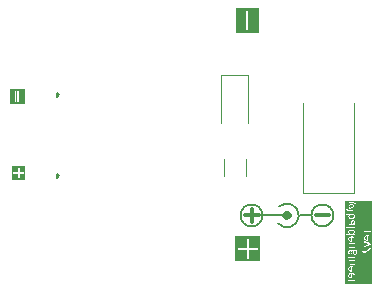
<source format=gbr>
%TF.GenerationSoftware,KiCad,Pcbnew,8.0.1*%
%TF.CreationDate,2024-04-06T16:57:38-05:00*%
%TF.ProjectId,Banana to Barrel Jack Adapter,42616e61-6e61-4207-946f-204261727265,2*%
%TF.SameCoordinates,Original*%
%TF.FileFunction,Legend,Bot*%
%TF.FilePolarity,Positive*%
%FSLAX46Y46*%
G04 Gerber Fmt 4.6, Leading zero omitted, Abs format (unit mm)*
G04 Created by KiCad (PCBNEW 8.0.1) date 2024-04-06 16:57:38*
%MOMM*%
%LPD*%
G01*
G04 APERTURE LIST*
%ADD10C,0.150000*%
%ADD11C,0.300000*%
%ADD12C,0.120000*%
%ADD13C,0.500000*%
G04 APERTURE END LIST*
G36*
X127750000Y-95650000D02*
G01*
X129050000Y-95650000D01*
X129050000Y-95750000D01*
X127750000Y-95750000D01*
X127750000Y-95650000D01*
G37*
G36*
X127750000Y-96750000D02*
G01*
X129050000Y-96750000D01*
X129050000Y-96850000D01*
X127750000Y-96850000D01*
X127750000Y-96750000D01*
G37*
D10*
X131725000Y-95925000D02*
X131725000Y-96275000D01*
X131725000Y-95950000D02*
X131725000Y-95925000D01*
X131725000Y-103175000D02*
X131900000Y-103000000D01*
X131725000Y-96275000D02*
X131900000Y-96100000D01*
X131725000Y-95925000D02*
X131900000Y-96100000D01*
X131725000Y-102825000D02*
X131725000Y-103175000D01*
G36*
X127750000Y-95675000D02*
G01*
X128200000Y-95675000D01*
X128200000Y-96825000D01*
X127750000Y-96825000D01*
X127750000Y-95675000D01*
G37*
G36*
X146850000Y-88750000D02*
G01*
X147550000Y-88750000D01*
X147550000Y-90900000D01*
X146850000Y-90900000D01*
X146850000Y-88750000D01*
G37*
G36*
X128550000Y-95675000D02*
G01*
X129050000Y-95675000D01*
X129050000Y-96825000D01*
X128550000Y-96825000D01*
X128550000Y-95675000D01*
G37*
X131725000Y-102850000D02*
X131725000Y-102825000D01*
G36*
X148100000Y-88750000D02*
G01*
X148800000Y-88750000D01*
X148800000Y-90900000D01*
X148100000Y-90900000D01*
X148100000Y-88750000D01*
G37*
G36*
X146850000Y-90700000D02*
G01*
X148750000Y-90700000D01*
X148750000Y-90900000D01*
X146850000Y-90900000D01*
X146850000Y-90700000D01*
G37*
G36*
X146850000Y-88750000D02*
G01*
X148750000Y-88750000D01*
X148750000Y-88950000D01*
X146850000Y-88950000D01*
X146850000Y-88750000D01*
G37*
X131725000Y-102825000D02*
X131900000Y-103000000D01*
D11*
X147654510Y-106320600D02*
X148797368Y-106320600D01*
X148225939Y-105749171D02*
X148225939Y-106892028D01*
D10*
G36*
X148958601Y-110215724D02*
G01*
X146843230Y-110215724D01*
X146843230Y-109172670D01*
X147065452Y-109172670D01*
X147076651Y-109199706D01*
X147097343Y-109220398D01*
X147124379Y-109231597D01*
X147139011Y-109233038D01*
X147826698Y-109232393D01*
X147827356Y-109934575D01*
X147838555Y-109961611D01*
X147859247Y-109982303D01*
X147886283Y-109993502D01*
X147915547Y-109993502D01*
X147942583Y-109982303D01*
X147963275Y-109961611D01*
X147974474Y-109934575D01*
X147975915Y-109919943D01*
X147975270Y-109232254D01*
X148677452Y-109231597D01*
X148704488Y-109220398D01*
X148725180Y-109199706D01*
X148736379Y-109172670D01*
X148736379Y-109143406D01*
X148725180Y-109116370D01*
X148704488Y-109095678D01*
X148677452Y-109084479D01*
X148662820Y-109083038D01*
X147975131Y-109083682D01*
X147974474Y-108381501D01*
X147963275Y-108354465D01*
X147942583Y-108333773D01*
X147915547Y-108322574D01*
X147886283Y-108322574D01*
X147859247Y-108333773D01*
X147838555Y-108354465D01*
X147827356Y-108381501D01*
X147825915Y-108396133D01*
X147826559Y-109083821D01*
X147124379Y-109084479D01*
X147097343Y-109095678D01*
X147076651Y-109116370D01*
X147065452Y-109143406D01*
X147065452Y-109172670D01*
X146843230Y-109172670D01*
X146843230Y-108100352D01*
X148958601Y-108100352D01*
X148958601Y-110215724D01*
G37*
G36*
X148136288Y-90881506D02*
G01*
X147541844Y-90881506D01*
X147541844Y-89061916D01*
X147764066Y-89061916D01*
X147765507Y-90600357D01*
X147776706Y-90627393D01*
X147797398Y-90648085D01*
X147824434Y-90659284D01*
X147853698Y-90659284D01*
X147880734Y-90648085D01*
X147901426Y-90627393D01*
X147912625Y-90600357D01*
X147914066Y-90585725D01*
X147912625Y-89047284D01*
X147901426Y-89020248D01*
X147880734Y-88999556D01*
X147853698Y-88988357D01*
X147824434Y-88988357D01*
X147797398Y-88999556D01*
X147776706Y-89020248D01*
X147765507Y-89047284D01*
X147764066Y-89061916D01*
X147541844Y-89061916D01*
X147541844Y-88766135D01*
X148136288Y-88766135D01*
X148136288Y-90881506D01*
G37*
G36*
X156612990Y-111538936D02*
G01*
X156573804Y-111536619D01*
X156534237Y-111524822D01*
X156507477Y-111507477D01*
X156482681Y-111475167D01*
X156471012Y-111435898D01*
X156469180Y-111408803D01*
X156474313Y-111368311D01*
X156481099Y-111349989D01*
X156503374Y-111316687D01*
X156512752Y-111307589D01*
X156545799Y-111286376D01*
X156558475Y-111281210D01*
X156597144Y-111272148D01*
X156612990Y-111270855D01*
X156612990Y-111538936D01*
G37*
G36*
X156612990Y-110981671D02*
G01*
X156573804Y-110979355D01*
X156534237Y-110967558D01*
X156507477Y-110950213D01*
X156482681Y-110917903D01*
X156471012Y-110878633D01*
X156469180Y-110851538D01*
X156474313Y-110811047D01*
X156481099Y-110792725D01*
X156503374Y-110759422D01*
X156512752Y-110750324D01*
X156545799Y-110729112D01*
X156558475Y-110723946D01*
X156597144Y-110714883D01*
X156612990Y-110713590D01*
X156612990Y-110981671D01*
G37*
G36*
X157028764Y-109327515D02*
G01*
X157044811Y-109349543D01*
X157057367Y-109386803D01*
X157062532Y-109427433D01*
X157063178Y-109450757D01*
X157060917Y-109490757D01*
X157055167Y-109519731D01*
X157039735Y-109556525D01*
X157034260Y-109564476D01*
X157004169Y-109588901D01*
X156968803Y-109596326D01*
X156930950Y-109582800D01*
X156920150Y-109570143D01*
X156905379Y-109532739D01*
X156901782Y-109499605D01*
X156897484Y-109371622D01*
X156923471Y-109342704D01*
X156946723Y-109324923D01*
X156968803Y-109315739D01*
X156991273Y-109313395D01*
X157028764Y-109327515D01*
G37*
G36*
X156614472Y-109346456D02*
G01*
X156648747Y-109368105D01*
X156669634Y-109403872D01*
X156675490Y-109442767D01*
X156675516Y-109445872D01*
X156670098Y-109484728D01*
X156667309Y-109492376D01*
X156644644Y-109525202D01*
X156611231Y-109544351D01*
X156571762Y-109550799D01*
X156531055Y-109544702D01*
X156496339Y-109523053D01*
X156475969Y-109489445D01*
X156469286Y-109450421D01*
X156469180Y-109444113D01*
X156475161Y-109404469D01*
X156477581Y-109398196D01*
X156500833Y-109365760D01*
X156534832Y-109346612D01*
X156573583Y-109340365D01*
X156574888Y-109340359D01*
X156614472Y-109346456D01*
G37*
G36*
X156612990Y-108464211D02*
G01*
X156573804Y-108461895D01*
X156534237Y-108450098D01*
X156507477Y-108432753D01*
X156482681Y-108400443D01*
X156471012Y-108361173D01*
X156469180Y-108334079D01*
X156474313Y-108293587D01*
X156481099Y-108275265D01*
X156503374Y-108241962D01*
X156512752Y-108232864D01*
X156545799Y-108211652D01*
X156558475Y-108206486D01*
X156597144Y-108197423D01*
X156612990Y-108196130D01*
X156612990Y-108464211D01*
G37*
G36*
X157956990Y-108364952D02*
G01*
X157917804Y-108362635D01*
X157878237Y-108350838D01*
X157851477Y-108333493D01*
X157826681Y-108301183D01*
X157815012Y-108261914D01*
X157813180Y-108234819D01*
X157818313Y-108194327D01*
X157825099Y-108176005D01*
X157847374Y-108142703D01*
X157856752Y-108133605D01*
X157889799Y-108112392D01*
X157902475Y-108107227D01*
X157941144Y-108098164D01*
X157956990Y-108096871D01*
X157956990Y-108364952D01*
G37*
G36*
X156708316Y-107609202D02*
G01*
X156742732Y-107613269D01*
X156780925Y-107622522D01*
X156807212Y-107633395D01*
X156839345Y-107656155D01*
X156852348Y-107671301D01*
X156867338Y-107707549D01*
X156869347Y-107730701D01*
X156864462Y-107765481D01*
X156847658Y-107799871D01*
X156822867Y-107830659D01*
X156817177Y-107836605D01*
X156787321Y-107864219D01*
X156771064Y-107877442D01*
X156570785Y-107877442D01*
X156539012Y-107850102D01*
X156511599Y-107821290D01*
X156499856Y-107806123D01*
X156481538Y-107771148D01*
X156475432Y-107734609D01*
X156481996Y-107695255D01*
X156492236Y-107675600D01*
X156520152Y-107646710D01*
X156536200Y-107636326D01*
X156573218Y-107620725D01*
X156598140Y-107614441D01*
X156637419Y-107608912D01*
X156668482Y-107607603D01*
X156708316Y-107609202D01*
G37*
G36*
X156831812Y-106820372D02*
G01*
X156852934Y-106836186D01*
X156871859Y-106872078D01*
X156875600Y-106904574D01*
X156869262Y-106945176D01*
X156857623Y-106970813D01*
X156832912Y-107004082D01*
X156804445Y-107032805D01*
X156802131Y-107034902D01*
X156697400Y-107034902D01*
X156697400Y-106957330D01*
X156699673Y-106916457D01*
X156703848Y-106892460D01*
X156717315Y-106855322D01*
X156722411Y-106846933D01*
X156752110Y-106820164D01*
X156790376Y-106811770D01*
X156791775Y-106811762D01*
X156831812Y-106820372D01*
G37*
G36*
X156805768Y-106282139D02*
G01*
X156833181Y-106310969D01*
X156844923Y-106326012D01*
X156863241Y-106360743D01*
X156869347Y-106396940D01*
X156862783Y-106435622D01*
X156852543Y-106455167D01*
X156824358Y-106484141D01*
X156808189Y-106494441D01*
X156770987Y-106510042D01*
X156746249Y-106516326D01*
X156707251Y-106522013D01*
X156676493Y-106523360D01*
X156636201Y-106521705D01*
X156601657Y-106517498D01*
X156563429Y-106508341D01*
X156537372Y-106497372D01*
X156505411Y-106474612D01*
X156492431Y-106459466D01*
X156477092Y-106421685D01*
X156475432Y-106400848D01*
X156480512Y-106366067D01*
X156497316Y-106331483D01*
X156521969Y-106300833D01*
X156527602Y-106294944D01*
X156557559Y-106267683D01*
X156574106Y-106254497D01*
X156773995Y-106254497D01*
X156805768Y-106282139D01*
G37*
G36*
X156728616Y-105457370D02*
G01*
X156750938Y-105467254D01*
X156771403Y-105502435D01*
X156772431Y-105516688D01*
X156768133Y-105543457D01*
X156754455Y-105572571D01*
X156731344Y-105604129D01*
X156730422Y-105605202D01*
X156703693Y-105634521D01*
X156695055Y-105643499D01*
X156553004Y-105669878D01*
X156520834Y-105647333D01*
X156500052Y-105626891D01*
X156482833Y-105590657D01*
X156481685Y-105577065D01*
X156490832Y-105538806D01*
X156492822Y-105535251D01*
X156519178Y-105504568D01*
X156521350Y-105502815D01*
X156555373Y-105482021D01*
X156560819Y-105479564D01*
X156598913Y-105465911D01*
X156606151Y-105463932D01*
X156645602Y-105456025D01*
X156651092Y-105455335D01*
X156689584Y-105452795D01*
X156728616Y-105457370D01*
G37*
G36*
X158380394Y-112143470D02*
G01*
X156083291Y-112143470D01*
X156083291Y-111982481D01*
X156397274Y-111982481D01*
X156398056Y-111998698D01*
X156400987Y-112017651D01*
X156405872Y-112035432D01*
X156411343Y-112046765D01*
X156416618Y-112051064D01*
X156422871Y-112053018D01*
X156433813Y-112054190D01*
X156453548Y-112054581D01*
X156473674Y-112053995D01*
X156486374Y-112051650D01*
X156493408Y-112047547D01*
X156495949Y-112040708D01*
X156493408Y-112029961D01*
X156488524Y-112015698D01*
X156483834Y-111997917D01*
X156481685Y-111976423D01*
X156487547Y-111949459D01*
X156506500Y-111921713D01*
X156536142Y-111895213D01*
X156541475Y-111891231D01*
X156574234Y-111868944D01*
X156594818Y-111856060D01*
X156918000Y-111856060D01*
X156925425Y-111853911D01*
X156930701Y-111846681D01*
X156934023Y-111833004D01*
X156935000Y-111810534D01*
X156934023Y-111788454D01*
X156930701Y-111774386D01*
X156925425Y-111767351D01*
X156918000Y-111765397D01*
X156426779Y-111765397D01*
X156419354Y-111766961D01*
X156413883Y-111773604D01*
X156410561Y-111786305D01*
X156409780Y-111806626D01*
X156410561Y-111826751D01*
X156413883Y-111839061D01*
X156419354Y-111845314D01*
X156426779Y-111847268D01*
X156498293Y-111847268D01*
X156465533Y-111870503D01*
X156447882Y-111885370D01*
X156420890Y-111914174D01*
X156417205Y-111919173D01*
X156401573Y-111950827D01*
X156397274Y-111982481D01*
X156083291Y-111982481D01*
X156083291Y-111412711D01*
X156397274Y-111412711D01*
X156399885Y-111453936D01*
X156408604Y-111493077D01*
X156415837Y-111511776D01*
X156436030Y-111547024D01*
X156463721Y-111577524D01*
X156465662Y-111579187D01*
X156499661Y-111602048D01*
X156536504Y-111617092D01*
X156539131Y-111617875D01*
X156579986Y-111626710D01*
X156620442Y-111630076D01*
X156629403Y-111630185D01*
X156645621Y-111630185D01*
X156675907Y-111619438D01*
X156684895Y-111595014D01*
X156684895Y-111270855D01*
X156725732Y-111272906D01*
X156762271Y-111279061D01*
X156799733Y-111292664D01*
X156821475Y-111306416D01*
X156848908Y-111336686D01*
X156859382Y-111356437D01*
X156869968Y-111395496D01*
X156872473Y-111431859D01*
X156870260Y-111472770D01*
X156866807Y-111494386D01*
X156856813Y-111532902D01*
X156853715Y-111542062D01*
X156840819Y-111575083D01*
X156834958Y-111594623D01*
X156836912Y-111601266D01*
X156842773Y-111605956D01*
X156853715Y-111608496D01*
X156870715Y-111609277D01*
X156883415Y-111608691D01*
X156892990Y-111607324D01*
X156900415Y-111604588D01*
X156906863Y-111599703D01*
X156917023Y-111581922D01*
X156930090Y-111544899D01*
X156930505Y-111543430D01*
X156939518Y-111503789D01*
X156942229Y-111488719D01*
X156946763Y-111448282D01*
X156947505Y-111422481D01*
X156945473Y-111382346D01*
X156938622Y-111342619D01*
X156930310Y-111315600D01*
X156911952Y-111278227D01*
X156887311Y-111246464D01*
X156879117Y-111238419D01*
X156846077Y-111213981D01*
X156809503Y-111196513D01*
X156793925Y-111191134D01*
X156753194Y-111181489D01*
X156711754Y-111176559D01*
X156674930Y-111175307D01*
X156632147Y-111177246D01*
X156592457Y-111183065D01*
X156559061Y-111191720D01*
X156522571Y-111206091D01*
X156488002Y-111226310D01*
X156471524Y-111239201D01*
X156443282Y-111268853D01*
X156421473Y-111303443D01*
X156416423Y-111314232D01*
X156404025Y-111351694D01*
X156397948Y-111392639D01*
X156397405Y-111408803D01*
X156397274Y-111412711D01*
X156083291Y-111412711D01*
X156083291Y-110855446D01*
X156397274Y-110855446D01*
X156399885Y-110896671D01*
X156408604Y-110935813D01*
X156415837Y-110954511D01*
X156436030Y-110989759D01*
X156463721Y-111020259D01*
X156465662Y-111021922D01*
X156499661Y-111044783D01*
X156536504Y-111059827D01*
X156539131Y-111060610D01*
X156579986Y-111069446D01*
X156620442Y-111072812D01*
X156629403Y-111072920D01*
X156645621Y-111072920D01*
X156675907Y-111062173D01*
X156684895Y-111037749D01*
X156684895Y-110713590D01*
X156725732Y-110715642D01*
X156762271Y-110721797D01*
X156799733Y-110735399D01*
X156821475Y-110749152D01*
X156848908Y-110779422D01*
X156859382Y-110799173D01*
X156869968Y-110838232D01*
X156872473Y-110874595D01*
X156870260Y-110915506D01*
X156866807Y-110937121D01*
X156856813Y-110975637D01*
X156853715Y-110984797D01*
X156840819Y-111017819D01*
X156834958Y-111037358D01*
X156836912Y-111044002D01*
X156842773Y-111048691D01*
X156853715Y-111051231D01*
X156870715Y-111052013D01*
X156883415Y-111051427D01*
X156892990Y-111050059D01*
X156900415Y-111047324D01*
X156906863Y-111042439D01*
X156917023Y-111024658D01*
X156930090Y-110987634D01*
X156930505Y-110986165D01*
X156939518Y-110946524D01*
X156942229Y-110931455D01*
X156946763Y-110891017D01*
X156947505Y-110865216D01*
X156945473Y-110825082D01*
X156938622Y-110785354D01*
X156930310Y-110758335D01*
X156911952Y-110720962D01*
X156887311Y-110689199D01*
X156879117Y-110681155D01*
X156846077Y-110656717D01*
X156809503Y-110639248D01*
X156793925Y-110633869D01*
X156753194Y-110624225D01*
X156711754Y-110619294D01*
X156674930Y-110618042D01*
X156632147Y-110619982D01*
X156592457Y-110625800D01*
X156559061Y-110634455D01*
X156522571Y-110648826D01*
X156488002Y-110669045D01*
X156471524Y-110681936D01*
X156443282Y-110711589D01*
X156421473Y-110746178D01*
X156416423Y-110756968D01*
X156404025Y-110794429D01*
X156397948Y-110835374D01*
X156397405Y-110851538D01*
X156397274Y-110855446D01*
X156083291Y-110855446D01*
X156083291Y-110311273D01*
X156397274Y-110311273D01*
X156400491Y-110351633D01*
X156412044Y-110390248D01*
X156414078Y-110394511D01*
X156436569Y-110428459D01*
X156459019Y-110449222D01*
X156493702Y-110468971D01*
X156524867Y-110479117D01*
X156563570Y-110485709D01*
X156605735Y-110488220D01*
X156615530Y-110488300D01*
X156918000Y-110488300D01*
X156925425Y-110486151D01*
X156930701Y-110478922D01*
X156934023Y-110465244D01*
X156935000Y-110443164D01*
X156934023Y-110420694D01*
X156930701Y-110406821D01*
X156925425Y-110399787D01*
X156917805Y-110397638D01*
X156627058Y-110397638D01*
X156586695Y-110395763D01*
X156558866Y-110390994D01*
X156521409Y-110376200D01*
X156514120Y-110371650D01*
X156487343Y-110342726D01*
X156485397Y-110339019D01*
X156475675Y-110300797D01*
X156475432Y-110292711D01*
X156483098Y-110254304D01*
X156499661Y-110224518D01*
X156525200Y-110194096D01*
X156553996Y-110166949D01*
X156570785Y-110153004D01*
X156917805Y-110153004D01*
X156925425Y-110150855D01*
X156930701Y-110143625D01*
X156934023Y-110129947D01*
X156935000Y-110107477D01*
X156934023Y-110085397D01*
X156930701Y-110071329D01*
X156925425Y-110064295D01*
X156918000Y-110062341D01*
X156426779Y-110062341D01*
X156419354Y-110063904D01*
X156413883Y-110070548D01*
X156410561Y-110083248D01*
X156409780Y-110103569D01*
X156410561Y-110123695D01*
X156413883Y-110136005D01*
X156419354Y-110142257D01*
X156426779Y-110144211D01*
X156491650Y-110144211D01*
X156461160Y-110172912D01*
X156434956Y-110204117D01*
X156420136Y-110227449D01*
X156404508Y-110263978D01*
X156397475Y-110303365D01*
X156397274Y-110311273D01*
X156083291Y-110311273D01*
X156083291Y-109851706D01*
X156200317Y-109851706D01*
X156207798Y-109890175D01*
X156211650Y-109895279D01*
X156250588Y-109907151D01*
X156254441Y-109907198D01*
X156293099Y-109899200D01*
X156298210Y-109895083D01*
X156309636Y-109856437D01*
X156309728Y-109851120D01*
X156409780Y-109851120D01*
X156410952Y-109873590D01*
X156414274Y-109887268D01*
X156419745Y-109894497D01*
X156426779Y-109896647D01*
X156918000Y-109896647D01*
X156925425Y-109894497D01*
X156930701Y-109887268D01*
X156934023Y-109873590D01*
X156935000Y-109851120D01*
X156934023Y-109829040D01*
X156930701Y-109814972D01*
X156925425Y-109807938D01*
X156918000Y-109805984D01*
X156426779Y-109805984D01*
X156419745Y-109807938D01*
X156414274Y-109814972D01*
X156410952Y-109829040D01*
X156409780Y-109851120D01*
X156309728Y-109851120D01*
X156309738Y-109850534D01*
X156302256Y-109811936D01*
X156298405Y-109806765D01*
X156259467Y-109795087D01*
X156255614Y-109795042D01*
X156217085Y-109803039D01*
X156212041Y-109807156D01*
X156200420Y-109845803D01*
X156200317Y-109851706D01*
X156083291Y-109851706D01*
X156083291Y-109445872D01*
X156397274Y-109445872D01*
X156400194Y-109485428D01*
X156400596Y-109487882D01*
X156409780Y-109524421D01*
X156409780Y-109673897D01*
X156419159Y-109687770D01*
X156447491Y-109692460D01*
X156476018Y-109687184D01*
X156484811Y-109673897D01*
X156484811Y-109602969D01*
X156516920Y-109626475D01*
X156525062Y-109629738D01*
X156563573Y-109637363D01*
X156570980Y-109637554D01*
X156610938Y-109634086D01*
X156646011Y-109623681D01*
X156681084Y-109603237D01*
X156701113Y-109584407D01*
X156724076Y-109550798D01*
X156735502Y-109523834D01*
X156744802Y-109484314D01*
X156747421Y-109445872D01*
X156743727Y-109405614D01*
X156739605Y-109388231D01*
X156724007Y-109352222D01*
X156719675Y-109346221D01*
X156743513Y-109330003D01*
X156774190Y-109323751D01*
X156807993Y-109341531D01*
X156819063Y-109371622D01*
X156821587Y-109378482D01*
X156822452Y-109389208D01*
X156827923Y-109518363D01*
X156831777Y-109557773D01*
X156838279Y-109585774D01*
X156853699Y-109622676D01*
X156864462Y-109639117D01*
X156892936Y-109666450D01*
X156906277Y-109674288D01*
X156944007Y-109685748D01*
X156963722Y-109686989D01*
X157003552Y-109681960D01*
X157029375Y-109672725D01*
X157063744Y-109650414D01*
X157084085Y-109628956D01*
X157105237Y-109595544D01*
X157120541Y-109556767D01*
X157121406Y-109553925D01*
X157130261Y-109514193D01*
X157134429Y-109472652D01*
X157135083Y-109446263D01*
X157133627Y-109403893D01*
X157128763Y-109363573D01*
X157124727Y-109344267D01*
X157112662Y-109306019D01*
X157097897Y-109277443D01*
X157553696Y-109277443D01*
X157556115Y-109317227D01*
X157564916Y-109357841D01*
X157568351Y-109367715D01*
X157585692Y-109403228D01*
X157608406Y-109432000D01*
X157639641Y-109456716D01*
X157667611Y-109470297D01*
X157706842Y-109480567D01*
X157739321Y-109482998D01*
X157780089Y-109480862D01*
X157807904Y-109476940D01*
X157845627Y-109466700D01*
X157881568Y-109451344D01*
X157917861Y-109430918D01*
X157951768Y-109408112D01*
X157969690Y-109394875D01*
X158001408Y-109369550D01*
X158032400Y-109342711D01*
X158061896Y-109315637D01*
X158081260Y-109297178D01*
X158197715Y-109184631D01*
X158197715Y-109493940D01*
X158200256Y-109502537D01*
X158207876Y-109509571D01*
X158220381Y-109514065D01*
X158237771Y-109515433D01*
X158255552Y-109514065D01*
X158268644Y-109510157D01*
X158276459Y-109503514D01*
X158279000Y-109494526D01*
X158279000Y-109101588D01*
X158277046Y-109088106D01*
X158270793Y-109078141D01*
X158257897Y-109072083D01*
X158237381Y-109070325D01*
X158218036Y-109071106D01*
X158203187Y-109074624D01*
X158190486Y-109081462D01*
X158176808Y-109092209D01*
X158032217Y-109230157D01*
X158001270Y-109258207D01*
X157969654Y-109284742D01*
X157940577Y-109306752D01*
X157906399Y-109329512D01*
X157870727Y-109349296D01*
X157866522Y-109351302D01*
X157829049Y-109366076D01*
X157805950Y-109371818D01*
X157766896Y-109376581D01*
X157754757Y-109376899D01*
X157715327Y-109370915D01*
X157710011Y-109369083D01*
X157675902Y-109349494D01*
X157672886Y-109346808D01*
X157649302Y-109314342D01*
X157647485Y-109310269D01*
X157638555Y-109272020D01*
X157638106Y-109259857D01*
X157642152Y-109220595D01*
X157648462Y-109199676D01*
X157664985Y-109163442D01*
X157670933Y-109152977D01*
X157692754Y-109120218D01*
X157693403Y-109119369D01*
X157703759Y-109099439D01*
X157701414Y-109092404D01*
X157693989Y-109087520D01*
X157680116Y-109084393D01*
X157659404Y-109083416D01*
X157644359Y-109084003D01*
X157633417Y-109085956D01*
X157624819Y-109089474D01*
X157614659Y-109098266D01*
X157598246Y-109121127D01*
X157579603Y-109157262D01*
X157577729Y-109161769D01*
X157564840Y-109199403D01*
X157560730Y-109215503D01*
X157554527Y-109255490D01*
X157553696Y-109277443D01*
X157097897Y-109277443D01*
X157096786Y-109275293D01*
X157069281Y-109245412D01*
X157054581Y-109236409D01*
X157016969Y-109225253D01*
X157001043Y-109224295D01*
X156965676Y-109228594D01*
X156933046Y-109242076D01*
X156903346Y-109264742D01*
X156876271Y-109294714D01*
X156875404Y-109295809D01*
X156851165Y-109264316D01*
X156839647Y-109255949D01*
X156802081Y-109243506D01*
X156792752Y-109243053D01*
X156752346Y-109248396D01*
X156730812Y-109256730D01*
X156697349Y-109277543D01*
X156681769Y-109290729D01*
X156648722Y-109269187D01*
X156636437Y-109263765D01*
X156596699Y-109254949D01*
X156575279Y-109253995D01*
X156535662Y-109257561D01*
X156500443Y-109268259D01*
X156466412Y-109287768D01*
X156444560Y-109307728D01*
X156421201Y-109341405D01*
X156409584Y-109368496D01*
X156399979Y-109408045D01*
X156397400Y-109444113D01*
X156397274Y-109445872D01*
X156083291Y-109445872D01*
X156083291Y-108939605D01*
X156397274Y-108939605D01*
X156400491Y-108979965D01*
X156412044Y-109018580D01*
X156414078Y-109022843D01*
X156436569Y-109056792D01*
X156459019Y-109077554D01*
X156493702Y-109097303D01*
X156524867Y-109107449D01*
X156563570Y-109114041D01*
X156605735Y-109116552D01*
X156615530Y-109116633D01*
X156918000Y-109116633D01*
X156925425Y-109114483D01*
X156930701Y-109107254D01*
X156934023Y-109093576D01*
X156935000Y-109071497D01*
X156934023Y-109049026D01*
X156930701Y-109035153D01*
X156925425Y-109028119D01*
X156917805Y-109025970D01*
X156627058Y-109025970D01*
X156586695Y-109024095D01*
X156558866Y-109019326D01*
X156521409Y-109004532D01*
X156514120Y-108999982D01*
X156487343Y-108971058D01*
X156485397Y-108967351D01*
X156480775Y-108949180D01*
X157753780Y-108949180D01*
X157754366Y-108970088D01*
X157757101Y-108982984D01*
X157762377Y-108989627D01*
X157769607Y-108991581D01*
X157774296Y-108991190D01*
X157779376Y-108990409D01*
X157785434Y-108989041D01*
X157792468Y-108987087D01*
X158259265Y-108818462D01*
X158269230Y-108812600D01*
X158275287Y-108801853D01*
X158278218Y-108783877D01*
X158279000Y-108756326D01*
X158278023Y-108728776D01*
X158274701Y-108710995D01*
X158268644Y-108700248D01*
X158259265Y-108694191D01*
X157792468Y-108526152D01*
X157781135Y-108522439D01*
X157773710Y-108520876D01*
X157769607Y-108520681D01*
X157761986Y-108522830D01*
X157756906Y-108530255D01*
X157754366Y-108543933D01*
X157753780Y-108565035D01*
X157754561Y-108590632D01*
X157757688Y-108605482D01*
X157763159Y-108613102D01*
X157771170Y-108617792D01*
X158176222Y-108757499D01*
X158182866Y-108759648D01*
X158176222Y-108761407D01*
X157771170Y-108899160D01*
X157763159Y-108903067D01*
X157757688Y-108911079D01*
X157754561Y-108925342D01*
X157753780Y-108949180D01*
X156480775Y-108949180D01*
X156475675Y-108929129D01*
X156475432Y-108921043D01*
X156483098Y-108882637D01*
X156499661Y-108852850D01*
X156525200Y-108822428D01*
X156553996Y-108795281D01*
X156570785Y-108781336D01*
X156917805Y-108781336D01*
X156925425Y-108779187D01*
X156930701Y-108771957D01*
X156934023Y-108758280D01*
X156935000Y-108735809D01*
X156934023Y-108713730D01*
X156930701Y-108699661D01*
X156925425Y-108692627D01*
X156918000Y-108690673D01*
X156426779Y-108690673D01*
X156419354Y-108692236D01*
X156413883Y-108698880D01*
X156410561Y-108711580D01*
X156409780Y-108731901D01*
X156410561Y-108752027D01*
X156413883Y-108764337D01*
X156419354Y-108770589D01*
X156426779Y-108772543D01*
X156491650Y-108772543D01*
X156461160Y-108801245D01*
X156434956Y-108832450D01*
X156420136Y-108855781D01*
X156404508Y-108892310D01*
X156397475Y-108931697D01*
X156397274Y-108939605D01*
X156083291Y-108939605D01*
X156083291Y-108337986D01*
X156397274Y-108337986D01*
X156399885Y-108379212D01*
X156408604Y-108418353D01*
X156415837Y-108437051D01*
X156436030Y-108472300D01*
X156463721Y-108502799D01*
X156465662Y-108504462D01*
X156499661Y-108527324D01*
X156536504Y-108542367D01*
X156539131Y-108543150D01*
X156579986Y-108551986D01*
X156620442Y-108555352D01*
X156629403Y-108555460D01*
X156645621Y-108555460D01*
X156675907Y-108544714D01*
X156684895Y-108520289D01*
X156684895Y-108196130D01*
X156725732Y-108198182D01*
X156762271Y-108204337D01*
X156799733Y-108217940D01*
X156821475Y-108231692D01*
X156848908Y-108261962D01*
X156859382Y-108281713D01*
X156869968Y-108320772D01*
X156872473Y-108357135D01*
X156870260Y-108398046D01*
X156866807Y-108419661D01*
X156856813Y-108458177D01*
X156853715Y-108467337D01*
X156840819Y-108500359D01*
X156834958Y-108519899D01*
X156836912Y-108526542D01*
X156842773Y-108531231D01*
X156853715Y-108533772D01*
X156870715Y-108534553D01*
X156883415Y-108533967D01*
X156892990Y-108532599D01*
X156900415Y-108529864D01*
X156906863Y-108524979D01*
X156917023Y-108507198D01*
X156930090Y-108470174D01*
X156930505Y-108468705D01*
X156939518Y-108429065D01*
X156942229Y-108413995D01*
X156946763Y-108373557D01*
X156947505Y-108347756D01*
X156945473Y-108307622D01*
X156938622Y-108267894D01*
X156930310Y-108240875D01*
X156929255Y-108238727D01*
X157741274Y-108238727D01*
X157743885Y-108279952D01*
X157752604Y-108319093D01*
X157759837Y-108337792D01*
X157780030Y-108373040D01*
X157807721Y-108403540D01*
X157809662Y-108405203D01*
X157843661Y-108428064D01*
X157880504Y-108443108D01*
X157883131Y-108443891D01*
X157923986Y-108452727D01*
X157964442Y-108456093D01*
X157973403Y-108456201D01*
X157989621Y-108456201D01*
X158019907Y-108445454D01*
X158028895Y-108421030D01*
X158028895Y-108096871D01*
X158069732Y-108098922D01*
X158106271Y-108105077D01*
X158143733Y-108118680D01*
X158165475Y-108132432D01*
X158192908Y-108162702D01*
X158203382Y-108182453D01*
X158213968Y-108221512D01*
X158216473Y-108257876D01*
X158214260Y-108298786D01*
X158210807Y-108320402D01*
X158200813Y-108358918D01*
X158197715Y-108368078D01*
X158184819Y-108401100D01*
X158178958Y-108420639D01*
X158180912Y-108427282D01*
X158186773Y-108431972D01*
X158197715Y-108434512D01*
X158214715Y-108435294D01*
X158227415Y-108434707D01*
X158236990Y-108433340D01*
X158244415Y-108430604D01*
X158250863Y-108425719D01*
X158261023Y-108407938D01*
X158274090Y-108370915D01*
X158274505Y-108369446D01*
X158283518Y-108329805D01*
X158286229Y-108314735D01*
X158290763Y-108274298D01*
X158291505Y-108248497D01*
X158289473Y-108208362D01*
X158282622Y-108168635D01*
X158274310Y-108141616D01*
X158255952Y-108104243D01*
X158231311Y-108072480D01*
X158223117Y-108064435D01*
X158190077Y-108039997D01*
X158153503Y-108022529D01*
X158137925Y-108017150D01*
X158097194Y-108007505D01*
X158055754Y-108002575D01*
X158018930Y-108001323D01*
X157976147Y-108003262D01*
X157936457Y-108009081D01*
X157903061Y-108017736D01*
X157866571Y-108032107D01*
X157832002Y-108052326D01*
X157815524Y-108065217D01*
X157787282Y-108094869D01*
X157765473Y-108129459D01*
X157760423Y-108140248D01*
X157748025Y-108177710D01*
X157741948Y-108218655D01*
X157741405Y-108234819D01*
X157741274Y-108238727D01*
X156929255Y-108238727D01*
X156911952Y-108203503D01*
X156887311Y-108171740D01*
X156879117Y-108163695D01*
X156846077Y-108139257D01*
X156809503Y-108121788D01*
X156793925Y-108116409D01*
X156753194Y-108106765D01*
X156711754Y-108101834D01*
X156674930Y-108100582D01*
X156632147Y-108102522D01*
X156592457Y-108108340D01*
X156559061Y-108116996D01*
X156522571Y-108131366D01*
X156488002Y-108151585D01*
X156471524Y-108164476D01*
X156443282Y-108194129D01*
X156421473Y-108228718D01*
X156416423Y-108239508D01*
X156404025Y-108276970D01*
X156397948Y-108317914D01*
X156397405Y-108334079D01*
X156397274Y-108337986D01*
X156083291Y-108337986D01*
X156083291Y-107922578D01*
X156172180Y-107922578D01*
X156173548Y-107945049D01*
X156176870Y-107958726D01*
X156182341Y-107966151D01*
X156189766Y-107968691D01*
X156918000Y-107968691D01*
X156925816Y-107966737D01*
X156930896Y-107960094D01*
X156934023Y-107947784D01*
X156935000Y-107929026D01*
X156934023Y-107909682D01*
X156931092Y-107897177D01*
X156926207Y-107889947D01*
X156918782Y-107887798D01*
X156856842Y-107887798D01*
X156868496Y-107876075D01*
X157741274Y-107876075D01*
X157742056Y-107892293D01*
X157744987Y-107911246D01*
X157749872Y-107929027D01*
X157755343Y-107940360D01*
X157760618Y-107944658D01*
X157766871Y-107946612D01*
X157777813Y-107947785D01*
X157797548Y-107948176D01*
X157817674Y-107947589D01*
X157830374Y-107945245D01*
X157837408Y-107941141D01*
X157839949Y-107934303D01*
X157837408Y-107923556D01*
X157832524Y-107909292D01*
X157827834Y-107891511D01*
X157825685Y-107870018D01*
X157831547Y-107843053D01*
X157850500Y-107815307D01*
X157880142Y-107788807D01*
X157885475Y-107784826D01*
X157918234Y-107762538D01*
X157938818Y-107749655D01*
X158262000Y-107749655D01*
X158269425Y-107747506D01*
X158274701Y-107740276D01*
X158278023Y-107726598D01*
X158279000Y-107704128D01*
X158278023Y-107682049D01*
X158274701Y-107667980D01*
X158269425Y-107660946D01*
X158262000Y-107658992D01*
X157770779Y-107658992D01*
X157763354Y-107660555D01*
X157757883Y-107667199D01*
X157754561Y-107679899D01*
X157753780Y-107700220D01*
X157754561Y-107720346D01*
X157757883Y-107732656D01*
X157763354Y-107738908D01*
X157770779Y-107740862D01*
X157842293Y-107740862D01*
X157809533Y-107764098D01*
X157791882Y-107778964D01*
X157764890Y-107807769D01*
X157761205Y-107812767D01*
X157745573Y-107844421D01*
X157741274Y-107876075D01*
X156868496Y-107876075D01*
X156886297Y-107858168D01*
X156912254Y-107825015D01*
X156923667Y-107806709D01*
X156939962Y-107768417D01*
X156947132Y-107727059D01*
X156947505Y-107714679D01*
X156943990Y-107673156D01*
X156932342Y-107634282D01*
X156926207Y-107621866D01*
X156902794Y-107589000D01*
X156872855Y-107562573D01*
X156868370Y-107559536D01*
X156831324Y-107539978D01*
X156791713Y-107526760D01*
X156782592Y-107524560D01*
X156741714Y-107517475D01*
X156702435Y-107514142D01*
X156678838Y-107513618D01*
X156639656Y-107514954D01*
X156599421Y-107519508D01*
X156562187Y-107527296D01*
X156522473Y-107540696D01*
X156485330Y-107559887D01*
X156473478Y-107567938D01*
X156442775Y-107596050D01*
X156419543Y-107629830D01*
X156417009Y-107634762D01*
X156403519Y-107671997D01*
X156397756Y-107710790D01*
X156397274Y-107726793D01*
X156398117Y-107734609D01*
X156401482Y-107765828D01*
X156415245Y-107803869D01*
X156416423Y-107806123D01*
X156438368Y-107839797D01*
X156466054Y-107870839D01*
X156472892Y-107877442D01*
X156189570Y-107877442D01*
X156182145Y-107879396D01*
X156176870Y-107886821D01*
X156173548Y-107900694D01*
X156172180Y-107922578D01*
X156083291Y-107922578D01*
X156083291Y-107333660D01*
X156172180Y-107333660D01*
X156173353Y-107356130D01*
X156176479Y-107369808D01*
X156181950Y-107377037D01*
X156189570Y-107379187D01*
X156918000Y-107379187D01*
X156925621Y-107377037D01*
X156930701Y-107369808D01*
X156934023Y-107356130D01*
X156935000Y-107333660D01*
X156934023Y-107311580D01*
X156930701Y-107297512D01*
X156925621Y-107290478D01*
X156918000Y-107288524D01*
X156189570Y-107288524D01*
X156181950Y-107290478D01*
X156176479Y-107297512D01*
X156173353Y-107311580D01*
X156172180Y-107333660D01*
X156083291Y-107333660D01*
X156083291Y-106929975D01*
X156397274Y-106929975D01*
X156399274Y-106970672D01*
X156406550Y-107011058D01*
X156409389Y-107020638D01*
X156425459Y-107056265D01*
X156444951Y-107081015D01*
X156476790Y-107103917D01*
X156503178Y-107114427D01*
X156543233Y-107122660D01*
X156584071Y-107124979D01*
X156918391Y-107124979D01*
X156928356Y-107120485D01*
X156933436Y-107108370D01*
X156935000Y-107086095D01*
X156933436Y-107063039D01*
X156928356Y-107050729D01*
X156918391Y-107047016D01*
X156868956Y-107047016D01*
X156896921Y-107017214D01*
X156919948Y-106984570D01*
X156925621Y-106974721D01*
X156941328Y-106936321D01*
X156947419Y-106895861D01*
X156947505Y-106890310D01*
X156944582Y-106851037D01*
X156937149Y-106819773D01*
X156920540Y-106783869D01*
X156907058Y-106765844D01*
X156875767Y-106739926D01*
X156858796Y-106731259D01*
X156819839Y-106720681D01*
X156793534Y-106718949D01*
X156753576Y-106723199D01*
X156719284Y-106735949D01*
X156687294Y-106759772D01*
X156667114Y-106784797D01*
X156648845Y-106820213D01*
X156636508Y-106859892D01*
X156635851Y-106862760D01*
X156629146Y-106902256D01*
X156625991Y-106942034D01*
X156625495Y-106966709D01*
X156625495Y-107034902D01*
X156587393Y-107034902D01*
X156547365Y-107031205D01*
X156537568Y-107028845D01*
X156502319Y-107010141D01*
X156501420Y-107009305D01*
X156480190Y-106975665D01*
X156479731Y-106974330D01*
X156472661Y-106934969D01*
X156472306Y-106921769D01*
X156475359Y-106882430D01*
X156480122Y-106861392D01*
X156493288Y-106823806D01*
X156497316Y-106814693D01*
X156514511Y-106781280D01*
X156522327Y-106761155D01*
X156520177Y-106753534D01*
X156513339Y-106747672D01*
X156501810Y-106744155D01*
X156486179Y-106743178D01*
X156463904Y-106744937D01*
X156448468Y-106754316D01*
X156431859Y-106779912D01*
X156416498Y-106817342D01*
X156415055Y-106821727D01*
X156404980Y-106859609D01*
X156402355Y-106873311D01*
X156397771Y-106912184D01*
X156397274Y-106929975D01*
X156083291Y-106929975D01*
X156083291Y-106208970D01*
X156172180Y-106208970D01*
X156173353Y-106231441D01*
X156176479Y-106245118D01*
X156181950Y-106252348D01*
X156189375Y-106254497D01*
X156479535Y-106254497D01*
X156451611Y-106284118D01*
X156441238Y-106297093D01*
X156419836Y-106330105D01*
X156416032Y-106337540D01*
X156402351Y-106374543D01*
X156401769Y-106377009D01*
X156399038Y-106400848D01*
X156397292Y-106416096D01*
X156397274Y-106418824D01*
X156400854Y-106460029D01*
X156412715Y-106498561D01*
X156418963Y-106510855D01*
X156442559Y-106543581D01*
X156472681Y-106569954D01*
X156477191Y-106572990D01*
X156514053Y-106592645D01*
X156553494Y-106605799D01*
X156562578Y-106607966D01*
X156603203Y-106615050D01*
X156642362Y-106618384D01*
X156665942Y-106618908D01*
X156705349Y-106617534D01*
X156745787Y-106612849D01*
X156783178Y-106604839D01*
X156822892Y-106591342D01*
X156860036Y-106571830D01*
X156871887Y-106563611D01*
X156902547Y-106535401D01*
X156925651Y-106501695D01*
X156928161Y-106496786D01*
X156942045Y-106457250D01*
X156947335Y-106415779D01*
X156947505Y-106406319D01*
X156943653Y-106366355D01*
X156942815Y-106362550D01*
X156928871Y-106325673D01*
X156927575Y-106323276D01*
X156904921Y-106289616D01*
X156901001Y-106284783D01*
X156874256Y-106256046D01*
X156861922Y-106244141D01*
X156918977Y-106244141D01*
X156926207Y-106241797D01*
X156931092Y-106234762D01*
X156934023Y-106222453D01*
X156935000Y-106203499D01*
X156934023Y-106184742D01*
X156930896Y-106172041D01*
X156925816Y-106165397D01*
X156918000Y-106163834D01*
X156189570Y-106163834D01*
X156181950Y-106165788D01*
X156176479Y-106172822D01*
X156173353Y-106186891D01*
X156172180Y-106208970D01*
X156083291Y-106208970D01*
X156083291Y-105639787D01*
X156209696Y-105639787D01*
X156211051Y-105683299D01*
X156215118Y-105723758D01*
X156222934Y-105765624D01*
X156231385Y-105795516D01*
X156246696Y-105834316D01*
X156265518Y-105868652D01*
X156290277Y-105901263D01*
X156292739Y-105903960D01*
X156321929Y-105930904D01*
X156355229Y-105952631D01*
X156389068Y-105967854D01*
X156429683Y-105979757D01*
X156469250Y-105986291D01*
X156511336Y-105988741D01*
X156515683Y-105988761D01*
X156555833Y-105987438D01*
X156592083Y-105984072D01*
X156632845Y-105977435D01*
X156667896Y-105968831D01*
X156705823Y-105955898D01*
X156737456Y-105941280D01*
X156771693Y-105919683D01*
X156794902Y-105899466D01*
X156820418Y-105867406D01*
X156833590Y-105842215D01*
X156844807Y-105802414D01*
X156847463Y-105767184D01*
X156842998Y-105727800D01*
X156842383Y-105725370D01*
X156827337Y-105691371D01*
X156801936Y-105666360D01*
X156765983Y-105652292D01*
X156793119Y-105622756D01*
X156803499Y-105609696D01*
X156824971Y-105576744D01*
X156828900Y-105569250D01*
X156842878Y-105531747D01*
X156843164Y-105530561D01*
X156847463Y-105493437D01*
X156843341Y-105454110D01*
X156842773Y-105451818D01*
X156829096Y-105419578D01*
X156807016Y-105395544D01*
X156777512Y-105379131D01*
X156741559Y-105369947D01*
X156701637Y-105367223D01*
X156698768Y-105367212D01*
X156657957Y-105369478D01*
X156645034Y-105370924D01*
X156606413Y-105377717D01*
X156582508Y-105383625D01*
X156544705Y-105396340D01*
X156519396Y-105407658D01*
X156485077Y-105428606D01*
X156464295Y-105445956D01*
X156438597Y-105476065D01*
X156424825Y-105500080D01*
X156412659Y-105538686D01*
X156409780Y-105573157D01*
X156410254Y-105577065D01*
X156413883Y-105606961D01*
X156426779Y-105638028D01*
X156448663Y-105666556D01*
X156478612Y-105693802D01*
X156479731Y-105694693D01*
X156431664Y-105704072D01*
X156420331Y-105713841D01*
X156416423Y-105742564D01*
X156417595Y-105759173D01*
X156420526Y-105769919D01*
X156425216Y-105775195D01*
X156431664Y-105775390D01*
X156682941Y-105726542D01*
X156722704Y-105723220D01*
X156750547Y-105730841D01*
X156771384Y-105765912D01*
X156772431Y-105780862D01*
X156762643Y-105819238D01*
X156761294Y-105821504D01*
X156734688Y-105850749D01*
X156731203Y-105853353D01*
X156696277Y-105872930D01*
X156687044Y-105876605D01*
X156649398Y-105888270D01*
X156633897Y-105891845D01*
X156594831Y-105898604D01*
X156576646Y-105900638D01*
X156537362Y-105903283D01*
X156520177Y-105903569D01*
X156479738Y-105901063D01*
X156441168Y-105893546D01*
X156430491Y-105890478D01*
X156392833Y-105874352D01*
X156359726Y-105850155D01*
X156355655Y-105846319D01*
X156329818Y-105814887D01*
X156310380Y-105778400D01*
X156304071Y-105762494D01*
X156293058Y-105723330D01*
X156287013Y-105682236D01*
X156284803Y-105640781D01*
X156284727Y-105630994D01*
X156286120Y-105591843D01*
X156290870Y-105551994D01*
X156298991Y-105515516D01*
X156312131Y-105476397D01*
X156330104Y-105438741D01*
X156337484Y-105426416D01*
X156361830Y-105392734D01*
X156389439Y-105363860D01*
X156393367Y-105360373D01*
X156426046Y-105335118D01*
X156460778Y-105314065D01*
X156496926Y-105296968D01*
X156533855Y-105283583D01*
X156572791Y-105272878D01*
X156605956Y-105265998D01*
X156645647Y-105260251D01*
X156671217Y-105257986D01*
X156710290Y-105256187D01*
X156722997Y-105256033D01*
X156763416Y-105257695D01*
X156804719Y-105263300D01*
X156833785Y-105270101D01*
X156872329Y-105284917D01*
X156906357Y-105306506D01*
X156920540Y-105318754D01*
X156947519Y-105350756D01*
X156967614Y-105387223D01*
X156977205Y-105411566D01*
X156987921Y-105451000D01*
X156994172Y-105491483D01*
X156997030Y-105531438D01*
X156997526Y-105558307D01*
X156996368Y-105598869D01*
X156993422Y-105630994D01*
X156988041Y-105669863D01*
X156985020Y-105687268D01*
X156976423Y-105725956D01*
X156972515Y-105746277D01*
X156974469Y-105751943D01*
X156980722Y-105755851D01*
X156991664Y-105757805D01*
X157008077Y-105758391D01*
X157021168Y-105758000D01*
X157030743Y-105756633D01*
X157038363Y-105753702D01*
X157044616Y-105748426D01*
X157052041Y-105729473D01*
X157060833Y-105690375D01*
X157061420Y-105687072D01*
X157066901Y-105648239D01*
X157069235Y-105624742D01*
X157071827Y-105584862D01*
X157072557Y-105546193D01*
X157071398Y-105502809D01*
X157067920Y-105462418D01*
X157061105Y-105419919D01*
X157051262Y-105381329D01*
X157048328Y-105372292D01*
X157033046Y-105334372D01*
X157012186Y-105297132D01*
X156987242Y-105265045D01*
X156978963Y-105256423D01*
X156949082Y-105230881D01*
X156915613Y-105210185D01*
X156878557Y-105194336D01*
X156870715Y-105191748D01*
X156829716Y-105181341D01*
X156790371Y-105175270D01*
X156748706Y-105172321D01*
X156729445Y-105172013D01*
X156690259Y-105173158D01*
X156663597Y-105174944D01*
X156622773Y-105179755D01*
X156584462Y-105186472D01*
X156544692Y-105196035D01*
X156506875Y-105207671D01*
X156498684Y-105210506D01*
X156460761Y-105225733D01*
X156423586Y-105244400D01*
X156413101Y-105250366D01*
X156379933Y-105271920D01*
X156348378Y-105296892D01*
X156334357Y-105309571D01*
X156305741Y-105340052D01*
X156282074Y-105371852D01*
X156269487Y-105392027D01*
X156250234Y-105429680D01*
X156235579Y-105467526D01*
X156225718Y-105500862D01*
X156217269Y-105540791D01*
X156211949Y-105583889D01*
X156209837Y-105625385D01*
X156209696Y-105639787D01*
X156083291Y-105639787D01*
X156083291Y-105083124D01*
X158380394Y-105083124D01*
X158380394Y-112143470D01*
G37*
G36*
X128601744Y-96815621D02*
G01*
X128229522Y-96815621D01*
X128229522Y-95869047D01*
X128340633Y-95869047D01*
X128342074Y-96645583D01*
X128353273Y-96672619D01*
X128373965Y-96693311D01*
X128401001Y-96704510D01*
X128430265Y-96704510D01*
X128457301Y-96693311D01*
X128477993Y-96672619D01*
X128489192Y-96645583D01*
X128490633Y-96630951D01*
X128489192Y-95854415D01*
X128477993Y-95827379D01*
X128457301Y-95806687D01*
X128430265Y-95795488D01*
X128401001Y-95795488D01*
X128373965Y-95806687D01*
X128353273Y-95827379D01*
X128342074Y-95854415D01*
X128340633Y-95869047D01*
X128229522Y-95869047D01*
X128229522Y-95684377D01*
X128601744Y-95684377D01*
X128601744Y-96815621D01*
G37*
G36*
X129055121Y-103289489D02*
G01*
X127923877Y-103289489D01*
X127923877Y-102738498D01*
X128034988Y-102738498D01*
X128046187Y-102765534D01*
X128066879Y-102786226D01*
X128093915Y-102797425D01*
X128108547Y-102798866D01*
X128415344Y-102798296D01*
X128415940Y-103119451D01*
X128427139Y-103146487D01*
X128447831Y-103167179D01*
X128474867Y-103178378D01*
X128504131Y-103178378D01*
X128531167Y-103167179D01*
X128551859Y-103146487D01*
X128563058Y-103119451D01*
X128564499Y-103104819D01*
X128563929Y-102798020D01*
X128885083Y-102797425D01*
X128912119Y-102786226D01*
X128932811Y-102765534D01*
X128944010Y-102738498D01*
X128944010Y-102709234D01*
X128932811Y-102682198D01*
X128912119Y-102661506D01*
X128885083Y-102650307D01*
X128870451Y-102648866D01*
X128563653Y-102649435D01*
X128563058Y-102328282D01*
X128551859Y-102301246D01*
X128531167Y-102280554D01*
X128504131Y-102269355D01*
X128474867Y-102269355D01*
X128447831Y-102280554D01*
X128427139Y-102301246D01*
X128415940Y-102328282D01*
X128414499Y-102342914D01*
X128415068Y-102649711D01*
X128093915Y-102650307D01*
X128066879Y-102661506D01*
X128046187Y-102682198D01*
X128034988Y-102709234D01*
X128034988Y-102738498D01*
X127923877Y-102738498D01*
X127923877Y-102158244D01*
X129055121Y-102158244D01*
X129055121Y-103289489D01*
G37*
D11*
X153654510Y-106320600D02*
X154797368Y-106320600D01*
D12*
%TO.C,R2*%
X145880000Y-101542936D02*
X145880000Y-102997064D01*
X147700000Y-101542936D02*
X147700000Y-102997064D01*
%TO.C,D3*%
X152600000Y-96800000D02*
X152600000Y-104460000D01*
X152600000Y-104460000D02*
X156900000Y-104460000D01*
X156900000Y-96800000D02*
X156900000Y-104460000D01*
%TO.C,D2*%
X145655000Y-94460000D02*
X145655000Y-98520000D01*
X147925000Y-94460000D02*
X145655000Y-94460000D01*
X147925000Y-98520000D02*
X147925000Y-94460000D01*
D10*
%TO.C,REF\u002A\u002A*%
X149200000Y-106325000D02*
X151200000Y-106325000D01*
X152300000Y-106325000D02*
X153200000Y-106325000D01*
X150525001Y-105575001D02*
G75*
G02*
X150450001Y-106999999I674999J-749999D01*
G01*
X149125000Y-106325000D02*
G75*
G02*
X147275000Y-106325000I-925000J0D01*
G01*
X147275000Y-106325000D02*
G75*
G02*
X149125000Y-106325000I925000J0D01*
G01*
D13*
X151375000Y-106325000D02*
G75*
G02*
X151025000Y-106325000I-175000J0D01*
G01*
X151025000Y-106325000D02*
G75*
G02*
X151375000Y-106325000I175000J0D01*
G01*
D10*
X155125000Y-106325000D02*
G75*
G02*
X153275000Y-106325000I-925000J0D01*
G01*
X153275000Y-106325000D02*
G75*
G02*
X155125000Y-106325000I925000J0D01*
G01*
%TD*%
M02*

</source>
